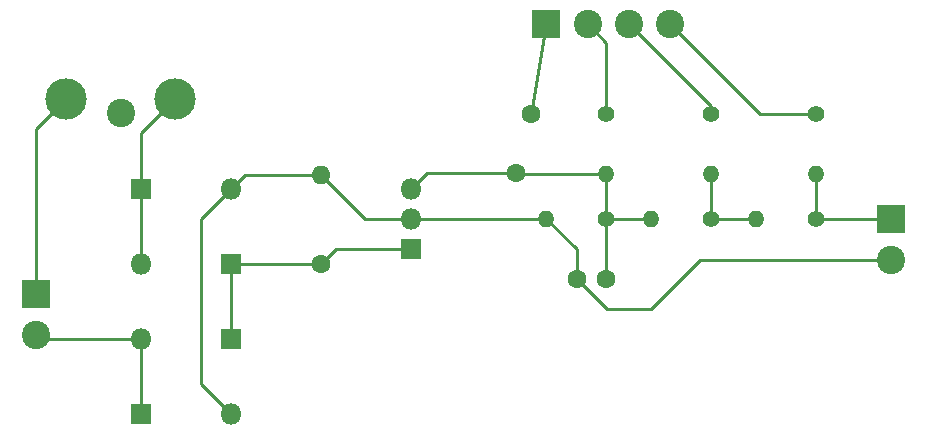
<source format=gbr>
G04 #@! TF.FileFunction,Copper,L1,Top,Signal*
%FSLAX46Y46*%
G04 Gerber Fmt 4.6, Leading zero omitted, Abs format (unit mm)*
G04 Created by KiCad (PCBNEW 4.0.7) date 11/25/17 15:46:29*
%MOMM*%
%LPD*%
G01*
G04 APERTURE LIST*
%ADD10C,0.100000*%
%ADD11C,1.600000*%
%ADD12O,1.600000X1.600000*%
%ADD13R,1.800000X1.800000*%
%ADD14O,1.800000X1.800000*%
%ADD15C,3.500000*%
%ADD16C,2.400000*%
%ADD17R,2.400000X2.400000*%
%ADD18C,1.400000*%
%ADD19O,1.400000X1.400000*%
%ADD20C,0.250000*%
G04 APERTURE END LIST*
D10*
D11*
X129540000Y-97790000D03*
D12*
X129540000Y-90290000D03*
D11*
X153670000Y-99060000D03*
X151170000Y-99060000D03*
D13*
X121920000Y-97790000D03*
D14*
X114300000Y-97790000D03*
D13*
X114300000Y-91440000D03*
D14*
X121920000Y-91440000D03*
D13*
X121920000Y-104140000D03*
D14*
X114300000Y-104140000D03*
D13*
X114300000Y-110490000D03*
D14*
X121920000Y-110490000D03*
D15*
X107950000Y-83820000D03*
D16*
X112550000Y-85020000D03*
D15*
X117150000Y-83820000D03*
D11*
X147320000Y-85090000D03*
X146020000Y-90090000D03*
D17*
X105410000Y-100330000D03*
D16*
X105410000Y-103830000D03*
D17*
X148590000Y-77470000D03*
D16*
X152090000Y-77470000D03*
X155590000Y-77470000D03*
X159090000Y-77470000D03*
D17*
X177800000Y-93980000D03*
D16*
X177800000Y-97480000D03*
D18*
X153670000Y-85090000D03*
D19*
X153670000Y-90170000D03*
D18*
X153670000Y-93980000D03*
D19*
X148590000Y-93980000D03*
D18*
X162560000Y-93980000D03*
D19*
X157480000Y-93980000D03*
D18*
X162560000Y-85090000D03*
D19*
X162560000Y-90170000D03*
D18*
X171450000Y-93980000D03*
D19*
X166370000Y-93980000D03*
D18*
X171450000Y-85090000D03*
D19*
X171450000Y-90170000D03*
D13*
X137160000Y-96520000D03*
D14*
X137160000Y-93980000D03*
X137160000Y-91440000D03*
D20*
X121920000Y-104140000D02*
X121920000Y-97790000D01*
X129540000Y-97790000D02*
X121920000Y-97790000D01*
X137160000Y-96520000D02*
X130810000Y-96520000D01*
X130810000Y-96520000D02*
X129540000Y-97790000D01*
X121920000Y-110490000D02*
X119380000Y-107950000D01*
X119380000Y-93980000D02*
X121920000Y-91440000D01*
X119380000Y-107950000D02*
X119380000Y-93980000D01*
X129540000Y-90290000D02*
X123070000Y-90290000D01*
X123070000Y-90290000D02*
X121920000Y-91440000D01*
X137160000Y-93980000D02*
X133230000Y-93980000D01*
X133230000Y-93980000D02*
X129540000Y-90290000D01*
X137160000Y-93980000D02*
X148590000Y-93980000D01*
X151170000Y-99060000D02*
X151170000Y-96560000D01*
X151170000Y-96560000D02*
X148590000Y-93980000D01*
X177800000Y-97480000D02*
X161600000Y-97480000D01*
X153710000Y-101600000D02*
X151170000Y-99060000D01*
X157480000Y-101600000D02*
X153710000Y-101600000D01*
X161600000Y-97480000D02*
X157480000Y-101600000D01*
X146020000Y-90090000D02*
X138510000Y-90090000D01*
X138510000Y-90090000D02*
X137160000Y-91440000D01*
X153670000Y-90170000D02*
X146100000Y-90170000D01*
X146100000Y-90170000D02*
X146020000Y-90090000D01*
X153670000Y-99060000D02*
X153670000Y-93980000D01*
X153670000Y-93980000D02*
X153670000Y-90170000D01*
X157480000Y-93980000D02*
X153670000Y-93980000D01*
X114300000Y-91440000D02*
X114300000Y-86670000D01*
X114300000Y-86670000D02*
X117150000Y-83820000D01*
X114300000Y-91440000D02*
X114300000Y-97790000D01*
X114300000Y-104140000D02*
X105720000Y-104140000D01*
X105720000Y-104140000D02*
X105410000Y-103830000D01*
X114300000Y-110490000D02*
X114300000Y-104140000D01*
X105410000Y-100330000D02*
X105410000Y-86360000D01*
X105410000Y-86360000D02*
X107950000Y-83820000D01*
X148590000Y-77470000D02*
X147320000Y-85090000D01*
X153670000Y-85090000D02*
X153670000Y-79050000D01*
X153670000Y-79050000D02*
X152090000Y-77470000D01*
X162560000Y-85090000D02*
X162560000Y-84440000D01*
X162560000Y-84440000D02*
X155590000Y-77470000D01*
X171450000Y-85090000D02*
X166710000Y-85090000D01*
X166710000Y-85090000D02*
X159090000Y-77470000D01*
X171450000Y-93980000D02*
X177800000Y-93980000D01*
X171450000Y-90170000D02*
X171450000Y-93980000D01*
X162560000Y-93980000D02*
X162560000Y-90170000D01*
X166370000Y-93980000D02*
X162560000Y-93980000D01*
M02*

</source>
